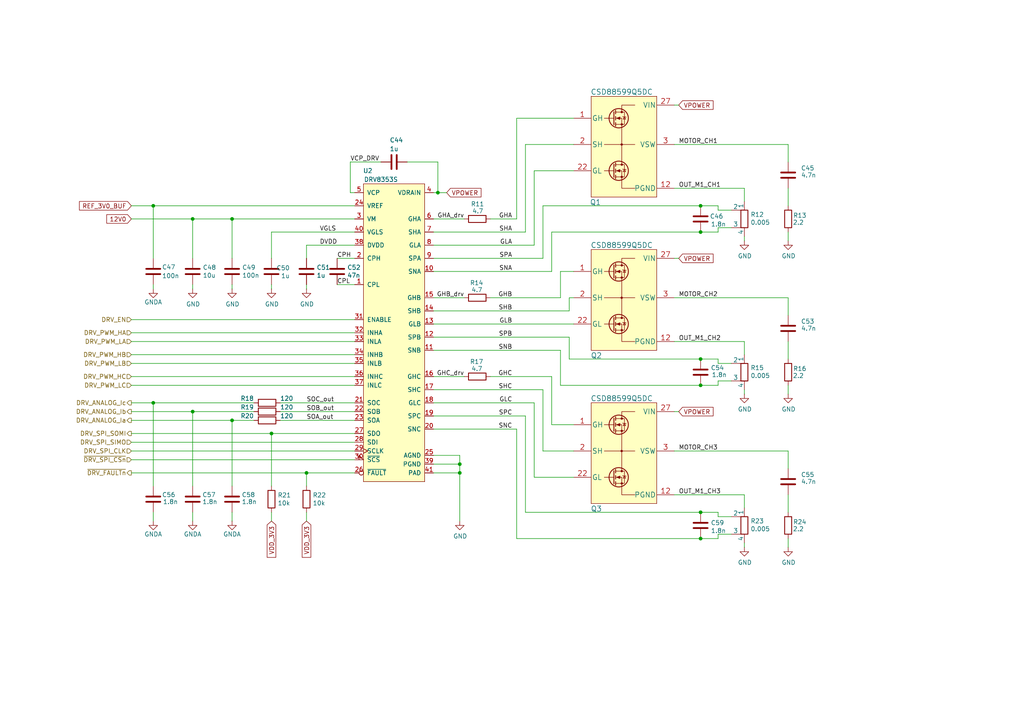
<source format=kicad_sch>
(kicad_sch (version 20231120) (generator "eeschema") (generator_version "8.0")
  (paper "A4")
  (title_block (title "Open MOtor DRiver Initiative  - Single Axis (OMODRI_SA)") (date "2024-03-20") (rev "1.0") (company "LAAS/CNRS"))
  (lib_symbols
    (symbol "Device:C" (pin_numbers hide) (pin_names (offset 0.254))
      (property "Reference" "C" (at 0.635 2.54 0))
      (property "Value" "C" (at 0.635 -2.54 0))
      (symbol "C_1_1"
        (pin passive line (at 0 3.81 270) (length 2.794) (name "~") (number "1"))
        (pin passive line (at 0 -3.81 90) (length 2.794) (name "~") (number "2"))
      )
    )
    (symbol "Device:R" (pin_numbers hide) (pin_names (offset 0))
      (property "Reference" "R" (at 2.032 0 90))
      (property "Value" "R" (at 0 0 90))
      (symbol "R_1_1"
        (pin passive line (at 0 3.81 270) (length 1.27) (name "~") (number "1"))
        (pin passive line (at 0 -3.81 90) (length 1.27) (name "~") (number "2"))
      )
    )
    (symbol "Device:R_Shunt" (pin_numbers hide) (pin_names (offset 0))
      (property "Reference" "R" (at -4.445 0 90))
      (property "Value" "R_Shunt" (at -2.54 0 90))
      (symbol "R_Shunt_1_1"
        (pin passive line (at 0 5.08 270) (length 2.54) (name "1") (number "1"))
        (pin passive line (at 3.81 2.54 180) (length 2.54) (name "2") (number "2"))
        (pin passive line (at 3.81 -2.54 180) (length 2.54) (name "3") (number "3"))
        (pin passive line (at 0 -5.08 90) (length 2.54) (name "4") (number "4"))
      )
    )
    (symbol "omodri_lib:CSD88599Q5DC" (pin_names (offset 0.254))
      (property "Reference" "Q" (at -11.43 29.21 0))
      (property "Value" "CSD88599Q5DC" (at -3.81 26.67 0))
      (symbol "CSD88599Q5DC_1_1"
        (pin input line (at -15.24 19.05 0) (length 5.08) (name "GH") (number "1"))
        (pin passive line (at 13.97 11.43 180) (length 5.08) hide (name "VSW") (number "10"))
        (pin passive line (at 13.97 11.43 180) (length 5.08) hide (name "VSW") (number "11"))
        (pin power_out line (at 13.97 -1.27 180) (length 5.08) (name "PGND") (number "12"))
        (pin passive line (at 13.97 -1.27 180) (length 5.08) hide (name "PGND") (number "13"))
        (pin passive line (at 13.97 -1.27 180) (length 5.08) hide (name "PGND") (number "14"))
        (pin passive line (at 13.97 -1.27 180) (length 5.08) hide (name "PGND") (number "15"))
        (pin passive line (at 13.97 -1.27 180) (length 5.08) hide (name "PGND") (number "16"))
        (pin passive line (at 13.97 -1.27 180) (length 5.08) hide (name "PGND") (number "17"))
        (pin passive line (at 13.97 -1.27 180) (length 5.08) hide (name "PGND") (number "18"))
        (pin passive line (at 13.97 -1.27 180) (length 5.08) hide (name "PGND") (number "19"))
        (pin output line (at -15.24 11.43 0) (length 5.08) (name "SH") (number "2"))
        (pin passive line (at 13.97 -1.27 180) (length 5.08) hide (name "PGND") (number "20"))
        (pin no_connect line (at -8.89 -6.35 90) (length 2.54) hide (name "NC") (number "21"))
        (pin input line (at -15.24 3.81 0) (length 5.08) (name "GL") (number "22"))
        (pin no_connect line (at -6.35 -6.35 90) (length 2.54) hide (name "NC") (number "23"))
        (pin no_connect line (at -3.81 -6.35 90) (length 2.54) hide (name "NC") (number "24"))
        (pin no_connect line (at -1.27 -6.35 90) (length 2.54) hide (name "NC") (number "25"))
        (pin no_connect line (at 1.27 -6.35 90) (length 2.54) hide (name "NC") (number "26"))
        (pin input line (at 13.97 22.86 180) (length 5.08) (name "VIN") (number "27"))
        (pin power_out line (at 13.97 11.43 180) (length 5.08) (name "VSW") (number "3"))
        (pin passive line (at 13.97 11.43 180) (length 5.08) hide (name "VSW") (number "4"))
        (pin passive line (at 13.97 11.43 180) (length 5.08) hide (name "VSW") (number "5"))
        (pin passive line (at 13.97 11.43 180) (length 5.08) hide (name "VSW") (number "6"))
        (pin passive line (at 13.97 11.43 180) (length 5.08) hide (name "VSW") (number "7"))
        (pin passive line (at 13.97 11.43 180) (length 5.08) hide (name "VSW") (number "8"))
        (pin passive line (at 13.97 11.43 180) (length 5.08) hide (name "VSW") (number "9"))
      )
    )
    (symbol "omodri_lib:DRV8353S" (pin_names (offset 1.016))
      (property "Reference" "U" (at -7.62 46.99 0))
      (property "Value" "DRV8353S" (at -3.81 44.45 0))
      (symbol "DRV8353S_1_1"
        (pin power_out line (at -11.43 13.97 0) (length 2.54) (name "CPL") (number "1"))
        (pin input line (at 11.43 17.78 180) (length 2.54) (name "SNA") (number "10"))
        (pin input line (at 11.43 -5.08 180) (length 2.54) (name "SNB") (number "11"))
        (pin input line (at 11.43 -1.27 180) (length 2.54) (name "SPB") (number "12"))
        (pin output line (at 11.43 2.54 180) (length 2.54) (name "GLB") (number "13"))
        (pin input line (at 11.43 6.35 180) (length 2.54) (name "SHB") (number "14"))
        (pin output line (at 11.43 10.16 180) (length 2.54) (name "GHB") (number "15"))
        (pin output line (at 11.43 -12.7 180) (length 2.54) (name "GHC") (number "16"))
        (pin input line (at 11.43 -16.51 180) (length 2.54) (name "SHC") (number "17"))
        (pin output line (at 11.43 -20.32 180) (length 2.54) (name "GLC") (number "18"))
        (pin input line (at 11.43 -24.13 180) (length 2.54) (name "SPC") (number "19"))
        (pin power_out line (at -11.43 21.59 0) (length 2.54) (name "CPH") (number "2"))
        (pin input line (at 11.43 -27.94 180) (length 2.54) (name "SNC") (number "20"))
        (pin output line (at -11.43 -20.32 0) (length 2.54) (name "SOC") (number "21"))
        (pin output line (at -11.43 -22.86 0) (length 2.54) (name "SOB") (number "22"))
        (pin output line (at -11.43 -25.4 0) (length 2.54) (name "SOA") (number "23"))
        (pin power_in line (at -11.43 36.83 0) (length 2.54) (name "VREF") (number "24"))
        (pin passive line (at 11.43 -35.56 180) (length 2.54) (name "AGND") (number "25"))
        (pin open_collector inverted (at -11.43 -40.64 0) (length 2.54) (name "~{FAULT}") (number "26"))
        (pin open_collector line (at -11.43 -29.21 0) (length 2.54) (name "SDO") (number "27"))
        (pin input line (at -11.43 -31.75 0) (length 2.54) (name "SDI") (number "28"))
        (pin input clock (at -11.43 -34.29 0) (length 2.54) (name "SCLK") (number "29"))
        (pin power_in line (at -11.43 33.02 0) (length 2.54) (name "VM") (number "3"))
        (pin input input_low (at -11.43 -36.83 0) (length 2.54) (name "~{SCS}") (number "30"))
        (pin input line (at -11.43 3.81 0) (length 2.54) (name "ENABLE") (number "31"))
        (pin input line (at -11.43 0 0) (length 2.54) (name "INHA") (number "32"))
        (pin input line (at -11.43 -2.54 0) (length 2.54) (name "INLA") (number "33"))
        (pin input line (at -11.43 -6.35 0) (length 2.54) (name "INHB") (number "34"))
        (pin input line (at -11.43 -8.89 0) (length 2.54) (name "INLB") (number "35"))
        (pin input line (at -11.43 -12.7 0) (length 2.54) (name "INHC") (number "36"))
        (pin input line (at -11.43 -15.24 0) (length 2.54) (name "INLC") (number "37"))
        (pin power_out line (at -11.43 25.4 0) (length 2.54) (name "DVDD") (number "38"))
        (pin passive line (at 11.43 -38.1 180) (length 2.54) (name "PGND") (number "39"))
        (pin input line (at 11.43 40.64 180) (length 2.54) (name "VDRAIN") (number "4"))
        (pin power_out line (at -11.43 29.21 0) (length 2.54) (name "VGLS") (number "40"))
        (pin passive line (at 11.43 -40.64 180) (length 2.54) (name "PAD") (number "41"))
        (pin power_out line (at -11.43 40.64 0) (length 2.54) (name "VCP") (number "5"))
        (pin output line (at 11.43 33.02 180) (length 2.54) (name "GHA") (number "6"))
        (pin input line (at 11.43 29.21 180) (length 2.54) (name "SHA") (number "7"))
        (pin output line (at 11.43 25.4 180) (length 2.54) (name "GLA") (number "8"))
        (pin input line (at 11.43 21.59 180) (length 2.54) (name "SPA") (number "9"))
      )
    )
    (symbol "power:GND" (power) (pin_numbers hide) (pin_names (offset 0) hide)
      (property "Value" "GND" (at 0 -3.81 0))
      (symbol "GND_1_1"
        (pin power_in line (at 0 0 270) (length 0) (name "~") (number "1"))
      )
    )
    (symbol "power:GNDA" (power) (pin_numbers hide) (pin_names (offset 0) hide)
      (property "Value" "GNDA" (at 0 -3.81 0))
      (symbol "GNDA_1_1"
        (pin power_in line (at 0 0 270) (length 0) (name "~") (number "1"))
      )
    )
  )
  (junction (at 88.9 137.16))
  (junction (at 67.31 63.5))
  (junction (at 203.2 104.14))
  (junction (at 55.88 119.38))
  (junction (at 203.2 111.76))
  (junction (at 203.2 156.21))
  (junction (at 203.2 67.31))
  (junction (at 55.88 63.5))
  (junction (at 78.74 125.73))
  (junction (at 67.31 121.92))
  (junction (at 127 55.88))
  (junction (at 44.45 116.84))
  (junction (at 203.2 148.59))
  (junction (at 203.2 59.69))
  (junction (at 44.45 59.69))
  (junction (at 133.35 137.16))
  (junction (at 133.35 134.62))
  (wire (pts (xy 195.58 143.51) (xy 215.9 143.51)))
  (wire (pts (xy 162.56 86.36) (xy 162.56 78.74)))
  (wire (pts (xy 125.73 71.12) (xy 154.94 71.12)))
  (wire (pts (xy 55.88 63.5) (xy 67.31 63.5)))
  (wire (pts (xy 215.9 68.58) (xy 215.9 69.85)))
  (wire (pts (xy 38.1 116.84) (xy 44.45 116.84)))
  (wire (pts (xy 44.45 116.84) (xy 73.66 116.84)))
  (wire (pts (xy 38.1 63.5) (xy 55.88 63.5)))
  (wire (pts (xy 81.28 116.84) (xy 102.87 116.84)))
  (wire (pts (xy 208.28 156.21) (xy 203.2 156.21)))
  (wire (pts (xy 228.6 156.21) (xy 228.6 158.75)))
  (wire (pts (xy 208.28 67.31) (xy 208.28 66.04)))
  (wire (pts (xy 208.28 59.69) (xy 208.28 60.96)))
  (wire (pts (xy 195.58 130.81) (xy 228.6 130.81)))
  (wire (pts (xy 195.58 119.38) (xy 196.85 119.38)))
  (wire (pts (xy 125.73 67.31) (xy 152.4 67.31)))
  (wire (pts (xy 195.58 99.06) (xy 215.9 99.06)))
  (wire (pts (xy 125.73 97.79) (xy 165.1 97.79)))
  (wire (pts (xy 88.9 71.12) (xy 88.9 74.93)))
  (wire (pts (xy 228.6 143.51) (xy 228.6 148.59)))
  (wire (pts (xy 97.79 82.55) (xy 102.87 82.55)))
  (wire (pts (xy 208.28 156.21) (xy 208.28 154.94)))
  (wire (pts (xy 38.1 128.27) (xy 102.87 128.27)))
  (wire (pts (xy 78.74 125.73) (xy 78.74 140.97)))
  (wire (pts (xy 97.79 74.93) (xy 102.87 74.93)))
  (wire (pts (xy 228.6 86.36) (xy 228.6 91.44)))
  (wire (pts (xy 125.73 93.98) (xy 166.37 93.98)))
  (wire (pts (xy 55.88 151.13) (xy 55.88 148.59)))
  (wire (pts (xy 125.73 109.22) (xy 134.62 109.22)))
  (wire (pts (xy 38.1 92.71) (xy 102.87 92.71)))
  (wire (pts (xy 88.9 71.12) (xy 102.87 71.12)))
  (wire (pts (xy 195.58 86.36) (xy 228.6 86.36)))
  (wire (pts (xy 133.35 137.16) (xy 133.35 151.13)))
  (wire (pts (xy 152.4 148.59) (xy 203.2 148.59)))
  (wire (pts (xy 162.56 101.6) (xy 162.56 111.76)))
  (wire (pts (xy 208.28 66.04) (xy 212.09 66.04)))
  (wire (pts (xy 88.9 137.16) (xy 102.87 137.16)))
  (wire (pts (xy 195.58 74.93) (xy 196.85 74.93)))
  (wire (pts (xy 125.73 116.84) (xy 154.94 116.84)))
  (wire (pts (xy 228.6 111.76) (xy 228.6 114.3)))
  (wire (pts (xy 154.94 116.84) (xy 154.94 138.43)))
  (wire (pts (xy 38.1 59.69) (xy 44.45 59.69)))
  (wire (pts (xy 125.73 63.5) (xy 134.62 63.5)))
  (wire (pts (xy 208.28 110.49) (xy 212.09 110.49)))
  (wire (pts (xy 88.9 83.82) (xy 88.9 82.55)))
  (wire (pts (xy 78.74 125.73) (xy 102.87 125.73)))
  (wire (pts (xy 160.02 123.19) (xy 160.02 109.22)))
  (wire (pts (xy 208.28 148.59) (xy 203.2 148.59)))
  (wire (pts (xy 78.74 67.31) (xy 102.87 67.31)))
  (wire (pts (xy 125.73 101.6) (xy 162.56 101.6)))
  (wire (pts (xy 81.28 121.92) (xy 102.87 121.92)))
  (wire (pts (xy 195.58 41.91) (xy 228.6 41.91)))
  (wire (pts (xy 149.86 156.21) (xy 203.2 156.21)))
  (wire (pts (xy 67.31 121.92) (xy 67.31 140.97)))
  (wire (pts (xy 67.31 63.5) (xy 67.31 74.93)))
  (wire (pts (xy 195.58 30.48) (xy 196.85 30.48)))
  (wire (pts (xy 215.9 99.06) (xy 215.9 102.87)))
  (wire (pts (xy 152.4 67.31) (xy 152.4 41.91)))
  (wire (pts (xy 149.86 34.29) (xy 166.37 34.29)))
  (wire (pts (xy 78.74 151.13) (xy 78.74 148.59)))
  (wire (pts (xy 125.73 113.03) (xy 157.48 113.03)))
  (wire (pts (xy 125.73 86.36) (xy 134.62 86.36)))
  (wire (pts (xy 165.1 90.17) (xy 165.1 86.36)))
  (wire (pts (xy 55.88 119.38) (xy 73.66 119.38)))
  (wire (pts (xy 228.6 67.31) (xy 228.6 69.85)))
  (wire (pts (xy 38.1 96.52) (xy 102.87 96.52)))
  (wire (pts (xy 44.45 82.55) (xy 44.45 83.82)))
  (wire (pts (xy 228.6 41.91) (xy 228.6 46.99)))
  (wire (pts (xy 142.24 86.36) (xy 162.56 86.36)))
  (wire (pts (xy 208.28 60.96) (xy 212.09 60.96)))
  (wire (pts (xy 133.35 132.08) (xy 133.35 134.62)))
  (wire (pts (xy 127 46.99) (xy 127 55.88)))
  (wire (pts (xy 44.45 116.84) (xy 44.45 140.97)))
  (wire (pts (xy 157.48 74.93) (xy 157.48 59.69)))
  (wire (pts (xy 195.58 54.61) (xy 215.9 54.61)))
  (wire (pts (xy 157.48 59.69) (xy 203.2 59.69)))
  (wire (pts (xy 208.28 105.41) (xy 212.09 105.41)))
  (wire (pts (xy 38.1 125.73) (xy 78.74 125.73)))
  (wire (pts (xy 118.11 46.99) (xy 127 46.99)))
  (wire (pts (xy 208.28 111.76) (xy 203.2 111.76)))
  (wire (pts (xy 208.28 104.14) (xy 203.2 104.14)))
  (wire (pts (xy 101.6 46.99) (xy 101.6 55.88)))
  (wire (pts (xy 154.94 138.43) (xy 166.37 138.43)))
  (wire (pts (xy 38.1 137.16) (xy 88.9 137.16)))
  (wire (pts (xy 162.56 78.74) (xy 166.37 78.74)))
  (wire (pts (xy 208.28 67.31) (xy 203.2 67.31)))
  (wire (pts (xy 129.54 55.88) (xy 127 55.88)))
  (wire (pts (xy 157.48 113.03) (xy 157.48 130.81)))
  (wire (pts (xy 67.31 83.82) (xy 67.31 82.55)))
  (wire (pts (xy 81.28 119.38) (xy 102.87 119.38)))
  (wire (pts (xy 38.1 102.87) (xy 102.87 102.87)))
  (wire (pts (xy 38.1 133.35) (xy 102.87 133.35)))
  (wire (pts (xy 88.9 140.97) (xy 88.9 137.16)))
  (wire (pts (xy 67.31 151.13) (xy 67.31 148.59)))
  (wire (pts (xy 142.24 109.22) (xy 160.02 109.22)))
  (wire (pts (xy 152.4 120.65) (xy 152.4 148.59)))
  (wire (pts (xy 44.45 59.69) (xy 44.45 74.93)))
  (wire (pts (xy 154.94 49.53) (xy 166.37 49.53)))
  (wire (pts (xy 208.28 149.86) (xy 212.09 149.86)))
  (wire (pts (xy 125.73 55.88) (xy 127 55.88)))
  (wire (pts (xy 160.02 67.31) (xy 203.2 67.31)))
  (wire (pts (xy 125.73 137.16) (xy 133.35 137.16)))
  (wire (pts (xy 44.45 59.69) (xy 102.87 59.69)))
  (wire (pts (xy 125.73 90.17) (xy 165.1 90.17)))
  (wire (pts (xy 101.6 55.88) (xy 102.87 55.88)))
  (wire (pts (xy 160.02 123.19) (xy 166.37 123.19)))
  (wire (pts (xy 208.28 154.94) (xy 212.09 154.94)))
  (wire (pts (xy 125.73 134.62) (xy 133.35 134.62)))
  (wire (pts (xy 149.86 63.5) (xy 149.86 34.29)))
  (wire (pts (xy 38.1 111.76) (xy 102.87 111.76)))
  (wire (pts (xy 215.9 157.48) (xy 215.9 158.75)))
  (wire (pts (xy 125.73 120.65) (xy 152.4 120.65)))
  (wire (pts (xy 165.1 97.79) (xy 165.1 104.14)))
  (wire (pts (xy 208.28 104.14) (xy 208.28 105.41)))
  (wire (pts (xy 165.1 86.36) (xy 166.37 86.36)))
  (wire (pts (xy 78.74 83.82) (xy 78.74 82.55)))
  (wire (pts (xy 133.35 134.62) (xy 133.35 137.16)))
  (wire (pts (xy 228.6 54.61) (xy 228.6 59.69)))
  (wire (pts (xy 78.74 67.31) (xy 78.74 74.93)))
  (wire (pts (xy 67.31 63.5) (xy 102.87 63.5)))
  (wire (pts (xy 215.9 54.61) (xy 215.9 58.42)))
  (wire (pts (xy 160.02 78.74) (xy 160.02 67.31)))
  (wire (pts (xy 125.73 78.74) (xy 160.02 78.74)))
  (wire (pts (xy 208.28 111.76) (xy 208.28 110.49)))
  (wire (pts (xy 38.1 109.22) (xy 102.87 109.22)))
  (wire (pts (xy 157.48 130.81) (xy 166.37 130.81)))
  (wire (pts (xy 215.9 113.03) (xy 215.9 114.3)))
  (wire (pts (xy 125.73 74.93) (xy 157.48 74.93)))
  (wire (pts (xy 162.56 111.76) (xy 203.2 111.76)))
  (wire (pts (xy 208.28 59.69) (xy 203.2 59.69)))
  (wire (pts (xy 215.9 143.51) (xy 215.9 147.32)))
  (wire (pts (xy 88.9 148.59) (xy 88.9 151.13)))
  (wire (pts (xy 228.6 130.81) (xy 228.6 135.89)))
  (wire (pts (xy 154.94 71.12) (xy 154.94 49.53)))
  (wire (pts (xy 67.31 121.92) (xy 73.66 121.92)))
  (wire (pts (xy 152.4 41.91) (xy 166.37 41.91)))
  (wire (pts (xy 208.28 148.59) (xy 208.28 149.86)))
  (wire (pts (xy 125.73 132.08) (xy 133.35 132.08)))
  (wire (pts (xy 149.86 124.46) (xy 149.86 156.21)))
  (wire (pts (xy 101.6 46.99) (xy 110.49 46.99)))
  (wire (pts (xy 38.1 105.41) (xy 102.87 105.41)))
  (wire (pts (xy 55.88 74.93) (xy 55.88 63.5)))
  (wire (pts (xy 55.88 83.82) (xy 55.88 82.55)))
  (wire (pts (xy 125.73 124.46) (xy 149.86 124.46)))
  (wire (pts (xy 38.1 121.92) (xy 67.31 121.92)))
  (wire (pts (xy 165.1 104.14) (xy 203.2 104.14)))
  (wire (pts (xy 38.1 99.06) (xy 102.87 99.06)))
  (wire (pts (xy 44.45 151.13) (xy 44.45 148.59)))
  (wire (pts (xy 38.1 130.81) (xy 102.87 130.81)))
  (wire (pts (xy 142.24 63.5) (xy 149.86 63.5)))
  (wire (pts (xy 228.6 99.06) (xy 228.6 104.14)))
  (wire (pts (xy 55.88 119.38) (xy 55.88 140.97)))
  (wire (pts (xy 38.1 119.38) (xy 55.88 119.38)))
  (label "SHA" (at 148.59 67.31 180))
  (label "GHC" (at 148.59 109.22 180))
  (label "OUT_M1_CH1" (at 196.85 54.61 0))
  (label "SPB" (at 148.59 97.79 180))
  (label "GLA" (at 148.59 71.12 180))
  (label "SHB" (at 148.59 90.17 180))
  (label "GHA_drv" (at 134.62 63.5 180))
  (label "MOTOR_CH1" (at 196.85 41.91 0))
  (label "GHB_drv" (at 134.62 86.36 180))
  (label "CPH" (at 97.79 74.93 0))
  (label "MOTOR_CH2" (at 196.85 86.36 0))
  (label "SPC" (at 148.59 120.65 180))
  (label "SNC" (at 148.59 124.46 180))
  (label "SOB_out" (at 88.9 119.38 0))
  (label "SPA" (at 148.59 74.93 180))
  (label "SNA" (at 148.59 78.74 180))
  (label "VGLS" (at 92.71 67.31 0))
  (label "GLB" (at 148.59 93.98 180))
  (label "GHC_drv" (at 134.62 109.22 180))
  (label "VCP_DRV" (at 101.6 46.99 0))
  (label "GLC" (at 148.59 116.84 180))
  (label "MOTOR_CH3" (at 196.85 130.81 0))
  (label "GHA" (at 148.59 63.5 180))
  (label "OUT_M1_CH3" (at 196.85 143.51 0))
  (label "OUT_M1_CH2" (at 196.85 99.06 0))
  (label "SNB" (at 148.59 101.6 180))
  (label "SHC" (at 148.59 113.03 180))
  (label "SOC_out" (at 88.9 116.84 0))
  (label "DVDD" (at 92.71 71.12 0))
  (label "SOA_out" (at 88.9 121.92 0))
  (label "GHB" (at 148.59 86.36 180))
  (label "CPL" (at 97.79 82.55 0))
  (global_label "REF_3V0_BUF" (shape input) (at 38.1 59.69 180) (property "Intersheetrefs" "${INTERSHEET_REFS}" (effects (hide yes))) (property "Références Inter-Feuilles" "${INTERSHEET_REFS}" (effects (hide yes))))
  (global_label "VDD_3V3" (shape input) (at 88.9 151.13 270) (property "Intersheetrefs" "${INTERSHEET_REFS}" (effects (hide yes))) (property "Références Inter-Feuilles" "${INTERSHEET_REFS}" (effects (hide yes))))
  (global_label "VPOWER" (shape input) (at 196.85 74.93 0) (property "Intersheetrefs" "${INTERSHEET_REFS}" (effects (hide yes))) (property "Références Inter-Feuilles" "${INTERSHEET_REFS}" (effects (hide yes))))
  (global_label "VPOWER" (shape input) (at 196.85 119.38 0) (property "Intersheetrefs" "${INTERSHEET_REFS}" (effects (hide yes))) (property "Références Inter-Feuilles" "${INTERSHEET_REFS}" (effects (hide yes))))
  (global_label "VPOWER" (shape input) (at 129.54 55.88 0) (property "Intersheetrefs" "${INTERSHEET_REFS}" (effects (hide yes))) (property "Références Inter-Feuilles" "${INTERSHEET_REFS}" (effects (hide yes))))
  (global_label "VPOWER" (shape input) (at 196.85 30.48 0) (property "Intersheetrefs" "${INTERSHEET_REFS}" (effects (hide yes))) (property "Références Inter-Feuilles" "${INTERSHEET_REFS}" (effects (hide yes))))
  (global_label "12V0" (shape input) (at 38.1 63.5 180) (property "Intersheetrefs" "${INTERSHEET_REFS}" (effects (hide yes))) (property "Références Inter-Feuilles" "${INTERSHEET_REFS}" (effects (hide yes))))
  (global_label "VDD_3V3" (shape input) (at 78.74 151.13 270) (property "Intersheetrefs" "${INTERSHEET_REFS}" (effects (hide yes))) (property "Références Inter-Feuilles" "${INTERSHEET_REFS}" (effects (hide yes))))
  (hierarchical_label "DRV_ANALOG_Ic" (shape output) (at 38.1 116.84 180))
  (hierarchical_label "DRV_PWM_LC" (shape input) (at 38.1 111.76 180))
  (hierarchical_label "DRV_PWM_LA" (shape input) (at 38.1 99.06 180))
  (hierarchical_label "~{DRV_FAULTn}" (shape output) (at 38.1 137.16 180))
  (hierarchical_label "DRV_SPI_SIMO" (shape input) (at 38.1 128.27 180))
  (hierarchical_label "DRV_SPI_SOMI" (shape output) (at 38.1 125.73 180))
  (hierarchical_label "DRV_EN" (shape input) (at 38.1 92.71 180))
  (hierarchical_label "DRV_PWM_LB" (shape input) (at 38.1 105.41 180))
  (hierarchical_label "DRV_PWM_HB" (shape input) (at 38.1 102.87 180))
  (hierarchical_label "~{DRV_SPI_CSn}" (shape input) (at 38.1 133.35 180))
  (hierarchical_label "DRV_ANALOG_Ib" (shape output) (at 38.1 119.38 180))
  (hierarchical_label "DRV_PWM_HA" (shape input) (at 38.1 96.52 180))
  (hierarchical_label "DRV_PWM_HC" (shape input) (at 38.1 109.22 180))
  (hierarchical_label "DRV_ANALOG_Ia" (shape output) (at 38.1 121.92 180))
  (hierarchical_label "DRV_SPI_CLK" (shape input) (at 38.1 130.81 180))
  (symbol (lib_id "power:GND") (at 133.35 151.13 0) (unit 1)
    (property "Reference" "#PWR077" (effects (hide yes)))
    (property "Value" "GND" (at 133.477 155.5242 0))
    (property "Description" "Power symbol creates a global label with name \"GND\" , ground" (effects (hide yes)))
  )
  (symbol (lib_id "power:GND") (at 55.88 83.82 0) (unit 1)
    (property "Reference" "#PWR068" (effects (hide yes)))
    (property "Value" "GND" (at 56.007 88.2142 0))
    (property "Description" "Power symbol creates a global label with name \"GND\" , ground" (effects (hide yes)))
  )
  (symbol (lib_id "power:GND") (at 67.31 83.82 0) (unit 1)
    (property "Reference" "#PWR069" (effects (hide yes)))
    (property "Value" "GND" (at 67.437 88.2142 0))
    (property "Description" "Power symbol creates a global label with name \"GND\" , ground" (effects (hide yes)))
  )
  (symbol (lib_id "power:GND") (at 78.74 83.82 0) (unit 1)
    (property "Reference" "#PWR070" (effects (hide yes)))
    (property "Value" "GND" (at 78.867 88.2142 0))
    (property "Description" "Power symbol creates a global label with name \"GND\" , ground" (effects (hide yes)))
  )
  (symbol (lib_id "power:GND") (at 88.9 83.82 0) (unit 1)
    (property "Reference" "#PWR071" (effects (hide yes)))
    (property "Value" "GND" (at 89.027 88.2142 0))
    (property "Description" "Power symbol creates a global label with name \"GND\" , ground" (effects (hide yes)))
  )
  (symbol (lib_id "Device:C") (at 44.45 78.74 0) (unit 1)
    (property "Reference" "C47" (at 46.99 77.47 0) (effects (justify left)))
    (property "Value" "100n" (at 46.99 80.01 0) (effects (justify left)))
    (property "Footprint" "Capacitor_SMD:C_0201_0603Metric" (effects (hide yes)))
    (property "Datasheet" "https://www.murata.com/en-eu/products/productdetail?partno=GRM033R61E104KE14%23" (effects (hide yes)))
    (property "Description" "0201, 100nf, 25V,  ±10%, X5R, SMD MLCC" (effects (hide yes)))
    (property "Part No" "GRM033R61E104KE14D" (effects (hide yes)))
    (property "Farnell" "2990693" (effects (hide yes)))
    (property "RS" "185-2066" (effects (hide yes)))
    (property "Mouser" "81-GRM033R61E104KE4D" (effects (hide yes)))
    (property "DigiKey" "490-12686-1-ND" (effects (hide yes)))
    (property "LCSC" "C76939" (effects (hide yes)))
    (property "Manufacturer" "MURATA" (effects (hide yes)))
    (property "Assembling" "SMD" (effects (hide yes)))
  )
  (symbol (lib_id "Device:C") (at 55.88 78.74 0) (unit 1)
    (property "Reference" "C48" (at 58.801 77.5716 0) (effects (justify left)))
    (property "Value" "10u" (at 58.801 79.883 0) (effects (justify left)))
    (property "Footprint" "Capacitor_SMD:C_0603_1608Metric" (effects (hide yes)))
    (property "Datasheet" "https://www.murata.com/en-eu/products/productdetail?partno=GRM188R61E106MA73%23" (effects (hide yes)))
    (property "Description" "0603, 10uf, 25V,  ±20%, X5R, SMD MLCC" (effects (hide yes)))
    (property "RS" "815-1377" (effects (hide yes)))
    (property "Farnell" "1907503" (effects (hide yes)))
    (property "Mouser" "81-GRM188R61E106MA3D" (effects (hide yes)))
    (property "DigiKey" "490-7202-1-ND" (effects (hide yes)))
    (property "Part No" "GRM188R61E106MA73D" (effects (hide yes)))
    (property "LCSC" "C91606" (effects (hide yes)))
    (property "Manufacturer" "MURATA" (effects (hide yes)))
    (property "Assembling" "SMD" (effects (hide yes)))
  )
  (symbol (lib_id "Device:C") (at 67.31 78.74 0) (unit 1)
    (property "Reference" "C49" (at 70.231 77.5716 0) (effects (justify left)))
    (property "Value" "100n" (at 70.231 79.883 0) (effects (justify left)))
    (property "Footprint" "Capacitor_SMD:C_0201_0603Metric" (effects (hide yes)))
    (property "Datasheet" "https://www.murata.com/en-eu/products/productdetail?partno=GRM033R61E104KE14%23" (effects (hide yes)))
    (property "Description" "0201, 100nf, 25V,  ±10%, X5R, SMD MLCC" (effects (hide yes)))
    (property "RS" "185-2066" (effects (hide yes)))
    (property "Farnell" "2990693" (effects (hide yes)))
    (property "Mouser" "81-GRM033R61E104KE4D" (effects (hide yes)))
    (property "DigiKey" "490-12686-1-ND" (effects (hide yes)))
    (property "Part No" "GRM033R61E104KE14D" (effects (hide yes)))
    (property "LCSC" "C76939" (effects (hide yes)))
    (property "Manufacturer" "MURATA" (effects (hide yes)))
    (property "Assembling" "SMD" (effects (hide yes)))
  )
  (symbol (lib_id "omodri_lib:DRV8353S") (at 114.3 96.52 0) (unit 1)
    (property "Reference" "U2" (at 106.68 49.53 0))
    (property "Value" "DRV8353S" (at 110.49 52.07 0))
    (property "Footprint" "Package_DFN_QFN:QFN-40-1EP_6x6mm_P0.5mm_EP4.6x4.6mm" (effects (hide yes)))
    (property "Datasheet" "https://www.ti.com/lit/ds/symlink/drv8353.pdf" (effects (hide yes)))
    (property "Description" "QFN-40, 3-Phase Gate Driver" (effects (hide yes)))
    (property "DigiKey" "296-DRV8353SRTATCT-ND" (effects (hide yes)))
    (property "Mouser" "595-DRV8353SRTAT" (effects (hide yes)))
    (property "Part No" "DRV8353SRTAT" (effects (hide yes)))
    (property "LCSC" "C701785" (effects (hide yes)))
    (property "Manufacturer" "TEXAS INSTRUMENTS" (effects (hide yes)))
    (property "Assembling" "SMD" (effects (hide yes)))
  )
  (symbol (lib_id "Device:C") (at 97.79 78.74 0) (unit 1)
    (property "Reference" "C52" (at 100.711 77.5716 0) (effects (justify left)))
    (property "Value" "47n" (at 100.711 79.883 0) (effects (justify left)))
    (property "Footprint" "Capacitor_SMD:C_0603_1608Metric" (effects (hide yes)))
    (property "Datasheet" "https://product.tdk.com/en/search/capacitor/ceramic/mlcc/info?part_no=C1608X7S2A473K080AB" (effects (hide yes)))
    (property "Description" "0603, 47nf, 100V,  ±10%, X7S, SMD MLCC" (effects (hide yes)))
    (property "DigiKey" "445-6032-1-ND" (effects (hide yes)))
    (property "Farnell" "2906791" (effects (hide yes)))
    (property "Mouser" "810-C1608X7S2A473K" (effects (hide yes)))
    (property "Part No" "C1608X7S2A473K080AB" (effects (hide yes)))
    (property "LCSC" "C2182109" (effects (hide yes)))
    (property "Manufacturer" "TDK" (effects (hide yes)))
    (property "Assembling" "SMD" (effects (hide yes)))
  )
  (symbol (lib_id "Device:R") (at 88.9 144.78 0) (unit 1)
    (property "Reference" "R22" (at 90.678 143.6116 0) (effects (justify left)))
    (property "Value" "10k" (at 90.678 145.923 0) (effects (justify left)))
    (property "Footprint" "Resistor_SMD:R_0201_0603Metric" (effects (hide yes)))
    (property "Datasheet" "https://industrial.panasonic.com/sa/products/pt/general-purpose-chip-resistors/models/ERJ1GNF1002C" (effects (hide yes)))
    (property "Description" "0201, 10kΩ, 0.05W, ±1%, SMD  resistor" (effects (hide yes)))
    (property "DigiKey" "P122414CT-ND" (effects (hide yes)))
    (property "Farnell" "2302362" (effects (hide yes)))
    (property "Mouser" "667-ERJ-1GNF1002C" (effects (hide yes)))
    (property "Part No" "ERJ1GNF1002C" (effects (hide yes)))
    (property "RS" "176-3597" (effects (hide yes)))
    (property "LCSC" "C717002" (effects (hide yes)))
    (property "Manufacturer" "PANASONIC" (effects (hide yes)))
    (property "Assembling" "SMD" (effects (hide yes)))
  )
  (symbol (lib_id "Device:C") (at 114.3 46.99 270) (unit 1)
    (property "Reference" "C44" (at 113.03 40.64 90) (effects (justify left)))
    (property "Value" "1u" (at 113.03 43.18 90) (effects (justify left)))
    (property "Footprint" "Capacitor_SMD:C_0402_1005Metric" (effects (hide yes)))
    (property "Datasheet" "https://product.tdk.com/en/search/capacitor/ceramic/mlcc/info?part_no=C1005X5R1V105K050BE" (effects (hide yes)))
    (property "Description" "0402, 1uf, 35V,  ±10%, X5R, SMD MLCC" (effects (hide yes)))
    (property "DigiKey" "445-175218-1-ND" (effects (hide yes)))
    (property "Farnell" "3416060" (effects (hide yes)))
    (property "Mouser" "810-C1005X5R1V105KE" (effects (hide yes)))
    (property "Part No" "C1005X5R1V105K050BE" (effects (hide yes)))
    (property "LCSC" "C2169271" (effects (hide yes)))
    (property "RS" "242-7292" (effects (hide yes)))
    (property "Manufacturer" "TDK" (effects (hide yes)))
    (property "Assembling" "SMD" (effects (hide yes)))
  )
  (symbol (lib_id "Device:C") (at 88.9 78.74 0) (unit 1)
    (property "Reference" "C51" (at 91.821 77.5716 0) (effects (justify left)))
    (property "Value" "1u" (at 91.821 79.883 0) (effects (justify left)))
    (property "Footprint" "Capacitor_SMD:C_0201_0603Metric" (effects (hide yes)))
    (property "Datasheet" "https://www.murata.com/en-eu/products/productdetail?partno=GRM033C81A105ME05%23" (effects (hide yes)))
    (property "Description" "0201, 1uf, 10V,  ±20%, X6S, SMD MLCC" (effects (hide yes)))
    (property "DigiKey" "490-13219-1-ND" (effects (hide yes)))
    (property "Farnell" "3243316" (effects (hide yes)))
    (property "Mouser" "81-GRM033C81A105ME5D" (effects (hide yes)))
    (property "Part No" "GRM033C81A105ME05D" (effects (hide yes)))
    (property "LCSC" "C237278" (effects (hide yes)))
    (property "Manufacturer" "MURATA" (effects (hide yes)))
    (property "Assembling" "SMD" (effects (hide yes)))
  )
  (symbol (lib_id "Device:C") (at 78.74 78.74 180) (unit 1)
    (property "Reference" "C50" (at 84.074 77.724 0) (effects (justify left)))
    (property "Value" "1u" (at 84.074 80.01 0) (effects (justify left)))
    (property "Footprint" "Capacitor_SMD:C_0402_1005Metric" (effects (hide yes)))
    (property "Datasheet" "https://product.tdk.com/en/search/capacitor/ceramic/mlcc/info?part_no=C1005X5R1V105K050BE" (effects (hide yes)))
    (property "Description" "0402, 1uf, 35V,  ±10%, X5R, SMD MLCC" (effects (hide yes)))
    (property "DigiKey" "445-175218-1-ND" (effects (hide yes)))
    (property "Farnell" "3416060" (effects (hide yes)))
    (property "Mouser" "810-C1005X5R1V105KE" (effects (hide yes)))
    (property "Part No" "C1005X5R1V105K050BE" (effects (hide yes)))
    (property "LCSC" "C2169271" (effects (hide yes)))
    (property "RS" "242-7292" (effects (hide yes)))
    (property "Manufacturer" "TDK" (effects (hide yes)))
    (property "Assembling" "SMD" (effects (hide yes)))
  )
  (symbol (lib_id "Device:C") (at 203.2 63.5 180) (unit 1)
    (property "Reference" "C46" (at 209.804 62.738 0) (effects (justify left)))
    (property "Value" "1.8n" (at 210.566 65.024 0) (effects (justify left)))
    (property "Footprint" "Capacitor_SMD:C_0201_0603Metric" (effects (hide yes)))
    (property "Datasheet" "https://www.murata.com/en-eu/products/productdetail?partno=GRM033R71E182KA12%23" (effects (hide yes)))
    (property "Description" "0201, 1800pF, 25V, ±10%, X7R, SMD MLCC" (effects (hide yes)))
    (property "DigiKey" "490-GRM033R71E182KA12DTR-ND" (effects (hide yes)))
    (property "Farnell" "2999522" (effects (hide yes)))
    (property "Mouser" "81-GRM033R71E182KA2D" (effects (hide yes)))
    (property "Part No" "GRM033R71E182KA12D" (effects (hide yes)))
    (property "LCSC" "C237560" (effects (hide yes)))
    (property "Manufacturer" "MURATA" (effects (hide yes)))
    (property "Assembling" "SMD" (effects (hide yes)))
  )
  (symbol (lib_id "Device:C") (at 203.2 107.95 180) (unit 1)
    (property "Reference" "C54" (at 210.058 106.68 0) (effects (justify left)))
    (property "Value" "1.8n" (at 210.82 108.712 0) (effects (justify left)))
    (property "Footprint" "Capacitor_SMD:C_0201_0603Metric" (effects (hide yes)))
    (property "Datasheet" "https://www.murata.com/en-eu/products/productdetail?partno=GRM033R71E182KA12%23" (effects (hide yes)))
    (property "Description" "0201, 1800pF, 25V, ±10%, X7R, SMD MLCC" (effects (hide yes)))
    (property "DigiKey" "490-GRM033R71E182KA12DTR-ND" (effects (hide yes)))
    (property "Farnell" "2999522" (effects (hide yes)))
    (property "Mouser" "81-GRM033R71E182KA2D" (effects (hide yes)))
    (property "Part No" "GRM033R71E182KA12D" (effects (hide yes)))
    (property "LCSC" "C237560" (effects (hide yes)))
    (property "Manufacturer" "MURATA" (effects (hide yes)))
    (property "Assembling" "SMD" (effects (hide yes)))
  )
  (symbol (lib_id "omodri_lib:CSD88599Q5DC") (at 181.61 97.79 0) (unit 1)
    (property "Reference" "Q2" (at 172.974 103.124 0) (effects (font (size 1.524 1.524))))
    (property "Value" "CSD88599Q5DC" (at 180.34 71.12 0) (effects (font (size 1.524 1.524))))
    (property "Footprint" "udriver3:VSON_CLIP_22" (effects (hide yes)))
    (property "Datasheet" "https://www.ti.com/lit/ds/symlink/csd88599q5dc.pdf" (effects (hide yes)))
    (property "Description" "VSON-CLIP-22, 60V, 40A Half-Bridge FET Power Block" (effects (hide yes)))
    (property "DigiKey" "296-48289-1-ND" (effects (hide yes)))
    (property "Mouser" "595-CSD88599Q5DC" (effects (hide yes)))
    (property "Part No" "CSD88599Q5DC" (effects (hide yes)))
    (property "LCSC" "C2871380" (effects (hide yes)))
    (property "Manufacturer" "TEXAS INSTRUMENTS" (effects (hide yes)))
    (property "Assembling" "SMD" (effects (hide yes)))
  )
  (symbol (lib_id "Device:C") (at 203.2 152.4 180) (unit 1)
    (property "Reference" "C59" (at 210.058 151.638 0) (effects (justify left)))
    (property "Value" "1.8n" (at 210.566 153.924 0) (effects (justify left)))
    (property "Footprint" "Capacitor_SMD:C_0201_0603Metric" (effects (hide yes)))
    (property "Datasheet" "https://www.murata.com/en-eu/products/productdetail?partno=GRM033R71E182KA12%23" (effects (hide yes)))
    (property "Description" "0201, 1800pF, 25V, ±10%, X7R, SMD MLCC" (effects (hide yes)))
    (property "DigiKey" "490-GRM033R71E182KA12DTR-ND" (effects (hide yes)))
    (property "Farnell" "2999522" (effects (hide yes)))
    (property "Mouser" "81-GRM033R71E182KA2D" (effects (hide yes)))
    (property "Part No" "GRM033R71E182KA12D" (effects (hide yes)))
    (property "LCSC" "C237560" (effects (hide yes)))
    (property "Manufacturer" "MURATA" (effects (hide yes)))
    (property "Assembling" "SMD" (effects (hide yes)))
  )
  (symbol (lib_id "omodri_lib:CSD88599Q5DC") (at 181.61 142.24 0) (unit 1)
    (property "Reference" "Q3" (at 172.974 147.574 0) (effects (font (size 1.524 1.524))))
    (property "Value" "CSD88599Q5DC" (at 180.34 115.57 0) (effects (font (size 1.524 1.524))))
    (property "Footprint" "udriver3:VSON_CLIP_22" (effects (hide yes)))
    (property "Datasheet" "https://www.ti.com/lit/ds/symlink/csd88599q5dc.pdf" (effects (hide yes)))
    (property "Description" "VSON-CLIP-22, 60V, 40A Half-Bridge FET Power Block" (effects (hide yes)))
    (property "DigiKey" "296-48289-1-ND" (effects (hide yes)))
    (property "Mouser" "595-CSD88599Q5DC" (effects (hide yes)))
    (property "Part No" "CSD88599Q5DC" (effects (hide yes)))
    (property "LCSC" "C2871380" (effects (hide yes)))
    (property "Manufacturer" "TEXAS INSTRUMENTS" (effects (hide yes)))
    (property "Assembling" "SMD" (effects (hide yes)))
  )
  (symbol (lib_id "Device:R_Shunt") (at 215.9 152.4 0) (mirror y) (unit 1)
    (property "Reference" "R23" (at 217.678 151.13 0) (effects (justify right)))
    (property "Value" "0.005" (at 217.678 153.416 0) (effects (justify right)))
    (property "Footprint" "udriver3:FC4L32" (effects (hide yes)))
    (property "Datasheet" "https://www.ohmite.com/assets/docs/res_fc4l.pdf" (effects (hide yes)))
    (property "Description" "1206, 5mΩ, 1W, ±1%, SMD Shunt resistor" (effects (hide yes)))
    (property "DigiKey" "273-FC4L32R005FERCT-ND" (effects (hide yes)))
    (property "Farnell" "2420555" (effects (hide yes)))
    (property "Mouser" "588-FC4L32R005FER" (effects (hide yes)))
    (property "Part No" "FC4L32R005FER" (effects (hide yes)))
    (property "RS" "126-0360" (effects (hide yes)))
    (property "LCSC" "C3971241" (effects (hide yes)))
    (property "Manufacturer" "OHMITE" (effects (hide yes)))
    (property "Assembling" "SMD" (effects (hide yes)))
  )
  (symbol (lib_id "Device:R") (at 77.47 116.84 90) (unit 1)
    (property "Reference" "R18" (at 73.66 115.57 90) (effects (justify left)))
    (property "Value" "120" (at 85.09 115.57 90) (effects (justify left)))
    (property "Footprint" "Resistor_SMD:R_0201_0603Metric" (effects (hide yes)))
    (property "Datasheet" "https://industrial.panasonic.com/sa/products/pt/general-purpose-chip-resistors/models/ERJ1GNF1200C" (effects (hide yes)))
    (property "Description" "0201,120Ω, 0.05W, ±1%, SMD  resistor" (effects (hide yes)))
    (property "DigiKey" "P122692CT-ND" (effects (hide yes)))
    (property "Farnell" "2396857" (effects (hide yes)))
    (property "Mouser" "667-ERJ-1GNF1200C" (effects (hide yes)))
    (property "Part No" "ERJ1GNF1200C" (effects (hide yes)))
    (property "LCSC" "C278569" (effects (hide yes)))
    (property "Manufacturer" "PANASONIC" (effects (hide yes)))
    (property "Assembling" "SMD" (effects (hide yes)))
  )
  (symbol (lib_id "Device:R") (at 77.47 119.38 90) (unit 1)
    (property "Reference" "R19" (at 73.66 118.11 90) (effects (justify left)))
    (property "Value" "120" (at 85.09 118.11 90) (effects (justify left)))
    (property "Footprint" "Resistor_SMD:R_0201_0603Metric" (effects (hide yes)))
    (property "Datasheet" "https://industrial.panasonic.com/sa/products/pt/general-purpose-chip-resistors/models/ERJ1GNF1200C" (effects (hide yes)))
    (property "Description" "0201,120Ω, 0.05W, ±1%, SMD  resistor" (effects (hide yes)))
    (property "DigiKey" "P122692CT-ND" (effects (hide yes)))
    (property "Farnell" "2396857" (effects (hide yes)))
    (property "Mouser" "667-ERJ-1GNF1200C" (effects (hide yes)))
    (property "Part No" "ERJ1GNF1200C" (effects (hide yes)))
    (property "LCSC" "C278569" (effects (hide yes)))
    (property "Manufacturer" "PANASONIC" (effects (hide yes)))
    (property "Assembling" "SMD" (effects (hide yes)))
  )
  (symbol (lib_id "Device:R") (at 77.47 121.92 90) (unit 1)
    (property "Reference" "R20" (at 73.66 120.65 90) (effects (justify left)))
    (property "Value" "120" (at 85.09 120.65 90) (effects (justify left)))
    (property "Footprint" "Resistor_SMD:R_0201_0603Metric" (effects (hide yes)))
    (property "Datasheet" "https://industrial.panasonic.com/sa/products/pt/general-purpose-chip-resistors/models/ERJ1GNF1200C" (effects (hide yes)))
    (property "Description" "0201,120Ω, 0.05W, ±1%, SMD  resistor" (effects (hide yes)))
    (property "DigiKey" "P122692CT-ND" (effects (hide yes)))
    (property "Farnell" "2396857" (effects (hide yes)))
    (property "Mouser" "667-ERJ-1GNF1200C" (effects (hide yes)))
    (property "Part No" "ERJ1GNF1200C" (effects (hide yes)))
    (property "LCSC" "C278569" (effects (hide yes)))
    (property "Manufacturer" "PANASONIC" (effects (hide yes)))
    (property "Assembling" "SMD" (effects (hide yes)))
  )
  (symbol (lib_id "Device:C") (at 44.45 144.78 0) (unit 1)
    (property "Reference" "C56" (at 46.99 143.51 0) (effects (justify left)))
    (property "Value" "1.8n" (at 47.244 145.542 0) (effects (justify left)))
    (property "Footprint" "Capacitor_SMD:C_0201_0603Metric" (effects (hide yes)))
    (property "Datasheet" "https://www.murata.com/en-eu/products/productdetail?partno=GRM033R71E182KA12%23" (effects (hide yes)))
    (property "Description" "0201, 1800pF, 25V, ±10%, X7R, SMD MLCC" (effects (hide yes)))
    (property "DigiKey" "490-GRM033R71E182KA12DTR-ND" (effects (hide yes)))
    (property "Farnell" "2999522" (effects (hide yes)))
    (property "Mouser" "81-GRM033R71E182KA2D" (effects (hide yes)))
    (property "Part No" "GRM033R71E182KA12D" (effects (hide yes)))
    (property "LCSC" "C237560" (effects (hide yes)))
    (property "Manufacturer" "MURATA" (effects (hide yes)))
    (property "Assembling" "SMD" (effects (hide yes)))
  )
  (symbol (lib_id "Device:C") (at 55.88 144.78 0) (unit 1)
    (property "Reference" "C57" (at 58.674 143.51 0) (effects (justify left)))
    (property "Value" "1.8n" (at 58.674 145.542 0) (effects (justify left)))
    (property "Footprint" "Capacitor_SMD:C_0201_0603Metric" (effects (hide yes)))
    (property "Datasheet" "https://www.murata.com/en-eu/products/productdetail?partno=GRM033R71E182KA12%23" (effects (hide yes)))
    (property "Description" "0201, 1800pF, 25V, ±10%, X7R, SMD MLCC" (effects (hide yes)))
    (property "DigiKey" "490-GRM033R71E182KA12DTR-ND" (effects (hide yes)))
    (property "Farnell" "2999522" (effects (hide yes)))
    (property "Mouser" "81-GRM033R71E182KA2D" (effects (hide yes)))
    (property "Part No" "GRM033R71E182KA12D" (effects (hide yes)))
    (property "LCSC" "C237560" (effects (hide yes)))
    (property "Manufacturer" "MURATA" (effects (hide yes)))
    (property "Assembling" "SMD" (effects (hide yes)))
  )
  (symbol (lib_id "Device:C") (at 67.31 144.78 0) (unit 1)
    (property "Reference" "C58" (at 70.104 143.51 0) (effects (justify left)))
    (property "Value" "1.8n" (at 70.104 145.542 0) (effects (justify left)))
    (property "Footprint" "Capacitor_SMD:C_0201_0603Metric" (effects (hide yes)))
    (property "Datasheet" "https://www.murata.com/en-eu/products/productdetail?partno=GRM033R71E182KA12%23" (effects (hide yes)))
    (property "Description" "0201, 1800pF, 25V, ±10%, X7R, SMD MLCC" (effects (hide yes)))
    (property "DigiKey" "490-GRM033R71E182KA12DTR-ND" (effects (hide yes)))
    (property "Farnell" "2999522" (effects (hide yes)))
    (property "Mouser" "81-GRM033R71E182KA2D" (effects (hide yes)))
    (property "Part No" "GRM033R71E182KA12D" (effects (hide yes)))
    (property "LCSC" "C237560" (effects (hide yes)))
    (property "Manufacturer" "MURATA" (effects (hide yes)))
    (property "Assembling" "SMD" (effects (hide yes)))
  )
  (symbol (lib_id "omodri_lib:CSD88599Q5DC") (at 181.61 53.34 0) (unit 1)
    (property "Reference" "Q1" (at 172.72 58.674 0) (effects (font (size 1.524 1.524))))
    (property "Value" "CSD88599Q5DC" (at 180.34 26.67 0) (effects (font (size 1.524 1.524))))
    (property "Footprint" "udriver3:VSON_CLIP_22" (effects (hide yes)))
    (property "Datasheet" "https://www.ti.com/lit/ds/symlink/csd88599q5dc.pdf" (effects (hide yes)))
    (property "Description" "VSON-CLIP-22, 60V, 40A Half-Bridge FET Power Block" (effects (hide yes)))
    (property "DigiKey" "296-48289-1-ND" (effects (hide yes)))
    (property "Mouser" "595-CSD88599Q5DC" (effects (hide yes)))
    (property "Part No" "CSD88599Q5DC" (effects (hide yes)))
    (property "LCSC" "C2871380" (effects (hide yes)))
    (property "Manufacturer" "TEXAS INSTRUMENTS" (effects (hide yes)))
    (property "Assembling" "SMD" (effects (hide yes)))
  )
  (symbol (lib_id "power:GNDA") (at 44.45 151.13 0) (unit 1)
    (property "Reference" "#PWR074" (effects (hide yes)))
    (property "Value" "GNDA" (at 44.45 154.94 0))
    (property "Description" "Power symbol creates a global label with name \"GNDA\" , analog ground" (effects (hide yes)))
  )
  (symbol (lib_id "power:GNDA") (at 55.88 151.13 0) (unit 1)
    (property "Reference" "#PWR075" (effects (hide yes)))
    (property "Value" "GNDA" (at 55.88 154.94 0))
    (property "Description" "Power symbol creates a global label with name \"GNDA\" , analog ground" (effects (hide yes)))
  )
  (symbol (lib_id "power:GNDA") (at 67.31 151.13 0) (unit 1)
    (property "Reference" "#PWR076" (effects (hide yes)))
    (property "Value" "GNDA" (at 67.31 154.94 0))
    (property "Description" "Power symbol creates a global label with name \"GNDA\" , analog ground" (effects (hide yes)))
  )
  (symbol (lib_id "power:GNDA") (at 44.45 83.82 0) (unit 1)
    (property "Reference" "#PWR067" (effects (hide yes)))
    (property "Value" "GNDA" (at 44.45 87.63 0))
    (property "Description" "Power symbol creates a global label with name \"GNDA\" , analog ground" (effects (hide yes)))
  )
  (symbol (lib_id "Device:R") (at 78.74 144.78 0) (unit 1)
    (property "Reference" "R21" (at 80.518 143.6116 0) (effects (justify left)))
    (property "Value" "10k" (at 80.518 145.923 0) (effects (justify left)))
    (property "Footprint" "Resistor_SMD:R_0201_0603Metric" (effects (hide yes)))
    (property "Datasheet" "https://industrial.panasonic.com/sa/products/pt/general-purpose-chip-resistors/models/ERJ1GNF1002C" (effects (hide yes)))
    (property "Description" "0201, 10kΩ, 0.05W, ±1%, SMD  resistor" (effects (hide yes)))
    (property "DigiKey" "P122414CT-ND" (effects (hide yes)))
    (property "Farnell" "2302362" (effects (hide yes)))
    (property "Mouser" "667-ERJ-1GNF1002C" (effects (hide yes)))
    (property "Part No" "ERJ1GNF1002C" (effects (hide yes)))
    (property "RS" "176-3597" (effects (hide yes)))
    (property "LCSC" "C717002" (effects (hide yes)))
    (property "Manufacturer" "PANASONIC" (effects (hide yes)))
    (property "Assembling" "SMD" (effects (hide yes)))
  )
  (symbol (lib_id "power:GND") (at 228.6 158.75 0) (unit 1)
    (property "Reference" "#PWR079" (effects (hide yes)))
    (property "Value" "GND" (at 228.727 163.1442 0))
    (property "Description" "Power symbol creates a global label with name \"GND\" , ground" (effects (hide yes)))
  )
  (symbol (lib_id "Device:R") (at 228.6 152.4 180) (unit 1)
    (property "Reference" "R24" (at 233.934 151.384 0) (effects (justify left)))
    (property "Value" "2.2" (at 233.172 153.416 0) (effects (justify left)))
    (property "Footprint" "Resistor_SMD:R_0805_2012Metric" (effects (hide yes)))
    (property "Datasheet" "https://industrial.panasonic.com/sa/products/pt/small-and-high-power-chip-resistors/models/ERJP06J2R2V" (effects (hide yes)))
    (property "Description" "0805, 2.2Ω, 0.5W, ±5%, SMD  resistor" (effects (hide yes)))
    (property "DigiKey" "10-ERJ-P06J2R2VCT-ND" (effects (hide yes)))
    (property "Farnell" "1750718" (effects (hide yes)))
    (property "Mouser" "667-ERJ-P06J2R2V" (effects (hide yes)))
    (property "Part No" "ERJP06J2R2V" (effects (hide yes)))
    (property "RS" "895-2564" (effects (hide yes)))
    (property "LCSC" "C543414" (effects (hide yes)))
    (property "Manufacturer" "PANASONIC" (effects (hide yes)))
    (property "Assembling" "SMD" (effects (hide yes)))
  )
  (symbol (lib_id "Device:C") (at 228.6 50.8 180) (unit 1)
    (property "Reference" "C45" (at 236.22 48.768 0) (effects (justify left)))
    (property "Value" "4.7n" (at 236.728 50.8 0) (effects (justify left)))
    (property "Footprint" "Capacitor_SMD:C_0402_1005Metric" (effects (hide yes)))
    (property "Datasheet" "https://www.murata.com/en-eu/products/productdetail?partno=GRM155R72A472KA01%23" (effects (hide yes)))
    (property "Description" "0402, 4700pf, 100V,  ±10%, X7R, SMD MLCC" (effects (hide yes)))
    (property "DigiKey" "490-3885-1-ND" (effects (hide yes)))
    (property "Farnell" "3581702" (effects (hide yes)))
    (property "Mouser" "81-GRM155R72A472KA01" (effects (hide yes)))
    (property "Part No" "GRM155R72A472KA01D" (effects (hide yes)))
    (property "LCSC" "C415704" (effects (hide yes)))
    (property "Manufacturer" "MURATA" (effects (hide yes)))
    (property "Assembling" "SMD" (effects (hide yes)))
  )
  (symbol (lib_id "power:GND") (at 215.9 158.75 0) (unit 1)
    (property "Reference" "#PWR078" (effects (hide yes)))
    (property "Value" "GND" (at 216.027 163.1442 0))
    (property "Description" "Power symbol creates a global label with name \"GND\" , ground" (effects (hide yes)))
  )
  (symbol (lib_id "Device:R") (at 228.6 63.5 180) (unit 1)
    (property "Reference" "R13" (at 233.934 62.484 0) (effects (justify left)))
    (property "Value" "2.2" (at 233.172 64.516 0) (effects (justify left)))
    (property "Footprint" "Resistor_SMD:R_0805_2012Metric" (effects (hide yes)))
    (property "Datasheet" "https://industrial.panasonic.com/sa/products/pt/small-and-high-power-chip-resistors/models/ERJP06J2R2V" (effects (hide yes)))
    (property "Description" "0805, 2.2Ω, 0.5W, ±5%, SMD  resistor" (effects (hide yes)))
    (property "DigiKey" "10-ERJ-P06J2R2VCT-ND" (effects (hide yes)))
    (property "Farnell" "1750718" (effects (hide yes)))
    (property "Mouser" "667-ERJ-P06J2R2V" (effects (hide yes)))
    (property "Part No" "ERJP06J2R2V" (effects (hide yes)))
    (property "RS" "895-2564" (effects (hide yes)))
    (property "LCSC" "C543414" (effects (hide yes)))
    (property "Manufacturer" "PANASONIC" (effects (hide yes)))
    (property "Assembling" "SMD" (effects (hide yes)))
  )
  (symbol (lib_id "Device:R") (at 138.43 86.36 90) (unit 1)
    (property "Reference" "R14" (at 140.208 82.042 90) (effects (justify left)))
    (property "Value" "4.7" (at 139.954 84.074 90) (effects (justify left)))
    (property "Footprint" "Resistor_SMD:R_0805_2012Metric" (effects (hide yes)))
    (property "Datasheet" "https://industrial.panasonic.com/sa/products/pt/small-and-high-power-chip-resistors/models/ERJP06J4R7V" (effects (hide yes)))
    (property "Description" "0805,4.7Ω, 0.5W, ±5%, SMD  resistor" (effects (hide yes)))
    (property "DigiKey" "10-ERJ-P06J4R7VCT-ND" (effects (hide yes)))
    (property "Farnell" "4014627" (effects (hide yes)))
    (property "Mouser" "667-ERJ-P06J4R7V" (effects (hide yes)))
    (property "Part No" "ERJP06J4R7V" (effects (hide yes)))
    (property "RS" "895-2580" (effects (hide yes)))
    (property "LCSC" "C543422" (effects (hide yes)))
    (property "Manufacturer" "PANASONIC" (effects (hide yes)))
    (property "Assembling" "SMD" (effects (hide yes)))
  )
  (symbol (lib_id "power:GND") (at 215.9 114.3 0) (unit 1)
    (property "Reference" "#PWR072" (effects (hide yes)))
    (property "Value" "GND" (at 216.027 118.6942 0))
    (property "Description" "Power symbol creates a global label with name \"GND\" , ground" (effects (hide yes)))
  )
  (symbol (lib_id "power:GND") (at 215.9 69.85 0) (unit 1)
    (property "Reference" "#PWR065" (effects (hide yes)))
    (property "Value" "GND" (at 216.027 74.2442 0))
    (property "Description" "Power symbol creates a global label with name \"GND\" , ground" (effects (hide yes)))
  )
  (symbol (lib_id "Device:R") (at 228.6 107.95 180) (unit 1)
    (property "Reference" "R16" (at 233.934 106.934 0) (effects (justify left)))
    (property "Value" "2.2" (at 233.172 108.966 0) (effects (justify left)))
    (property "Footprint" "Resistor_SMD:R_0805_2012Metric" (effects (hide yes)))
    (property "Datasheet" "https://industrial.panasonic.com/sa/products/pt/small-and-high-power-chip-resistors/models/ERJP06J2R2V" (effects (hide yes)))
    (property "Description" "0805, 2.2Ω, 0.5W, ±5%, SMD  resistor" (effects (hide yes)))
    (property "DigiKey" "10-ERJ-P06J2R2VCT-ND" (effects (hide yes)))
    (property "Farnell" "1750718" (effects (hide yes)))
    (property "Mouser" "667-ERJ-P06J2R2V" (effects (hide yes)))
    (property "Part No" "ERJP06J2R2V" (effects (hide yes)))
    (property "RS" "895-2564" (effects (hide yes)))
    (property "LCSC" "C543414" (effects (hide yes)))
    (property "Manufacturer" "PANASONIC" (effects (hide yes)))
    (property "Assembling" "SMD" (effects (hide yes)))
  )
  (symbol (lib_id "Device:C") (at 228.6 139.7 180) (unit 1)
    (property "Reference" "C55" (at 236.22 137.668 0) (effects (justify left)))
    (property "Value" "4.7n" (at 236.728 139.7 0) (effects (justify left)))
    (property "Footprint" "Capacitor_SMD:C_0402_1005Metric" (effects (hide yes)))
    (property "Datasheet" "https://www.murata.com/en-eu/products/productdetail?partno=GRM155R72A472KA01%23" (effects (hide yes)))
    (property "Description" "0402, 4700pf, 100V,  ±10%, X7R, SMD MLCC" (effects (hide yes)))
    (property "DigiKey" "490-3885-1-ND" (effects (hide yes)))
    (property "Farnell" "3581702" (effects (hide yes)))
    (property "Mouser" "81-GRM155R72A472KA01" (effects (hide yes)))
    (property "Part No" "GRM155R72A472KA01D" (effects (hide yes)))
    (property "LCSC" "C415704" (effects (hide yes)))
    (property "Manufacturer" "MURATA" (effects (hide yes)))
    (property "Assembling" "SMD" (effects (hide yes)))
  )
  (symbol (lib_id "power:GND") (at 228.6 114.3 0) (unit 1)
    (property "Reference" "#PWR073" (effects (hide yes)))
    (property "Value" "GND" (at 228.727 118.6942 0))
    (property "Description" "Power symbol creates a global label with name \"GND\" , ground" (effects (hide yes)))
  )
  (symbol (lib_id "Device:R") (at 138.43 63.5 90) (unit 1)
    (property "Reference" "R11" (at 140.462 59.182 90) (effects (justify left)))
    (property "Value" "4.7" (at 140.208 61.214 90) (effects (justify left)))
    (property "Footprint" "Resistor_SMD:R_0805_2012Metric" (effects (hide yes)))
    (property "Datasheet" "https://industrial.panasonic.com/sa/products/pt/small-and-high-power-chip-resistors/models/ERJP06J4R7V" (effects (hide yes)))
    (property "Description" "0805,4.7Ω, 0.5W, ±5%, SMD  resistor" (effects (hide yes)))
    (property "DigiKey" "10-ERJ-P06J4R7VCT-ND" (effects (hide yes)))
    (property "Farnell" "4014627" (effects (hide yes)))
    (property "Mouser" "667-ERJ-P06J4R7V" (effects (hide yes)))
    (property "Part No" "ERJP06J4R7V" (effects (hide yes)))
    (property "RS" "895-2580" (effects (hide yes)))
    (property "LCSC" "C543422" (effects (hide yes)))
    (property "Manufacturer" "PANASONIC" (effects (hide yes)))
    (property "Assembling" "SMD" (effects (hide yes)))
  )
  (symbol (lib_id "Device:R") (at 138.43 109.22 90) (unit 1)
    (property "Reference" "R17" (at 140.208 104.902 90) (effects (justify left)))
    (property "Value" "4.7" (at 139.954 106.934 90) (effects (justify left)))
    (property "Footprint" "Resistor_SMD:R_0805_2012Metric" (effects (hide yes)))
    (property "Datasheet" "https://industrial.panasonic.com/sa/products/pt/small-and-high-power-chip-resistors/models/ERJP06J4R7V" (effects (hide yes)))
    (property "Description" "0805,4.7Ω, 0.5W, ±5%, SMD  resistor" (effects (hide yes)))
    (property "DigiKey" "10-ERJ-P06J4R7VCT-ND" (effects (hide yes)))
    (property "Farnell" "4014627" (effects (hide yes)))
    (property "Mouser" "667-ERJ-P06J4R7V" (effects (hide yes)))
    (property "Part No" "ERJP06J4R7V" (effects (hide yes)))
    (property "RS" "895-2580" (effects (hide yes)))
    (property "LCSC" "C543422" (effects (hide yes)))
    (property "Manufacturer" "PANASONIC" (effects (hide yes)))
    (property "Assembling" "SMD" (effects (hide yes)))
  )
  (symbol (lib_id "Device:C") (at 228.6 95.25 180) (unit 1)
    (property "Reference" "C53" (at 236.22 93.218 0) (effects (justify left)))
    (property "Value" "4.7n" (at 236.728 95.25 0) (effects (justify left)))
    (property "Footprint" "Capacitor_SMD:C_0402_1005Metric" (effects (hide yes)))
    (property "Datasheet" "https://www.murata.com/en-eu/products/productdetail?partno=GRM155R72A472KA01%23" (effects (hide yes)))
    (property "Description" "0402, 4700pf, 100V,  ±10%, X7R, SMD MLCC" (effects (hide yes)))
    (property "DigiKey" "490-3885-1-ND" (effects (hide yes)))
    (property "Farnell" "3581702" (effects (hide yes)))
    (property "Mouser" "81-GRM155R72A472KA01" (effects (hide yes)))
    (property "Part No" "GRM155R72A472KA01D" (effects (hide yes)))
    (property "LCSC" "C415704" (effects (hide yes)))
    (property "Manufacturer" "MURATA" (effects (hide yes)))
    (property "Assembling" "SMD" (effects (hide yes)))
  )
  (symbol (lib_id "Device:R_Shunt") (at 215.9 63.5 0) (mirror y) (unit 1)
    (property "Reference" "R12" (at 217.678 62.23 0) (effects (justify right)))
    (property "Value" "0.005" (at 217.678 64.516 0) (effects (justify right)))
    (property "Footprint" "udriver3:FC4L32" (effects (hide yes)))
    (property "Datasheet" "https://www.ohmite.com/assets/docs/res_fc4l.pdf" (effects (hide yes)))
    (property "Description" "1206, 5mΩ, 1W, ±1%, SMD Shunt resistor" (effects (hide yes)))
    (property "DigiKey" "273-FC4L32R005FERCT-ND" (effects (hide yes)))
    (property "Farnell" "2420555" (effects (hide yes)))
    (property "Mouser" "588-FC4L32R005FER" (effects (hide yes)))
    (property "Part No" "FC4L32R005FER" (effects (hide yes)))
    (property "RS" "126-0360" (effects (hide yes)))
    (property "LCSC" "C3971241" (effects (hide yes)))
    (property "Manufacturer" "OHMITE" (effects (hide yes)))
    (property "Assembling" "SMD" (effects (hide yes)))
  )
  (symbol (lib_id "power:GND") (at 228.6 69.85 0) (unit 1)
    (property "Reference" "#PWR066" (effects (hide yes)))
    (property "Value" "GND" (at 228.727 74.2442 0))
    (property "Description" "Power symbol creates a global label with name \"GND\" , ground" (effects (hide yes)))
  )
  (symbol (lib_id "Device:R_Shunt") (at 215.9 107.95 0) (mirror y) (unit 1)
    (property "Reference" "R15" (at 217.678 106.68 0) (effects (justify right)))
    (property "Value" "0.005" (at 217.678 108.966 0) (effects (justify right)))
    (property "Footprint" "udriver3:FC4L32" (effects (hide yes)))
    (property "Datasheet" "https://www.ohmite.com/assets/docs/res_fc4l.pdf" (effects (hide yes)))
    (property "Description" "1206, 5mΩ, 1W, ±1%, SMD Shunt resistor" (effects (hide yes)))
    (property "DigiKey" "273-FC4L32R005FERCT-ND" (effects (hide yes)))
    (property "Farnell" "2420555" (effects (hide yes)))
    (property "Mouser" "588-FC4L32R005FER" (effects (hide yes)))
    (property "Part No" "FC4L32R005FER" (effects (hide yes)))
    (property "RS" "126-0360" (effects (hide yes)))
    (property "LCSC" "C3971241" (effects (hide yes)))
    (property "Manufacturer" "OHMITE" (effects (hide yes)))
    (property "Assembling" "SMD" (effects (hide yes)))
  )
)
</source>
